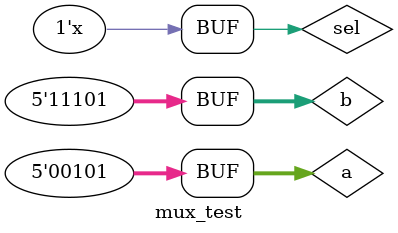
<source format=v>
`timescale 1ns / 1ps


module mux_test();

	// Inputs
	reg [4:0] a;
	reg [4:0] b;
	reg sel;

	// Outputs
	wire [4:0] y;

	// Instantiate the Unit Under Test (UUT)
	MUX uut (
		.a(a), 
		.b(b), 
		.sel(sel), 
		.y(y)
	);

	initial begin
		// Initialize Inputs
		a = 5'b01010;
		b = 5'b10101;
		sel = 1'b1;
		#10;
		a = 5'b00000;
		#10;
		sel = 1'b1;
		#10;
		b = 5'b11111;
		#5
		a = 5'b00101;
		#5
		sel = 1'b0;
		b = 5'b11101;
		#5
		sel = 1'bx;
	end
	
	always @*
	begin
	    #1 $display ("At t = %0d sel = %b a = %b b = %b y = %b", $time, sel, a, b, y);
	end
      
endmodule


</source>
